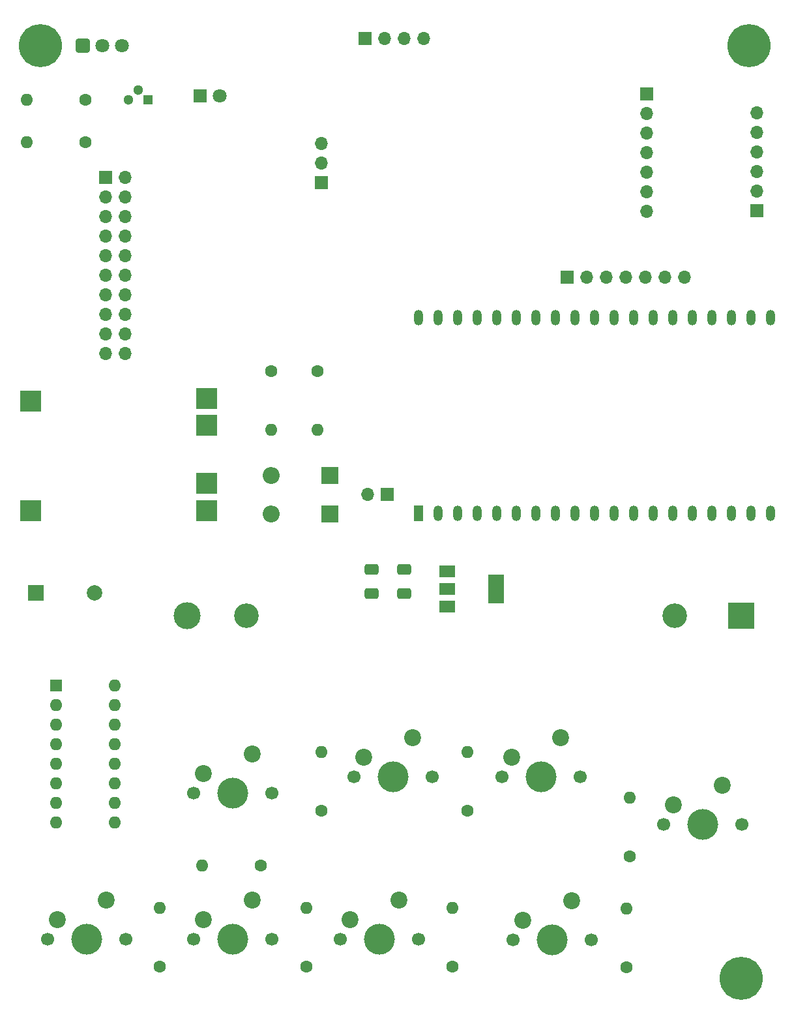
<source format=gbr>
%TF.GenerationSoftware,KiCad,Pcbnew,(6.0.4)*%
%TF.CreationDate,2023-05-02T15:22:56-04:00*%
%TF.ProjectId,Tomogatchi PCB,546f6d6f-6761-4746-9368-69205043422e,rev?*%
%TF.SameCoordinates,Original*%
%TF.FileFunction,Soldermask,Top*%
%TF.FilePolarity,Negative*%
%FSLAX46Y46*%
G04 Gerber Fmt 4.6, Leading zero omitted, Abs format (unit mm)*
G04 Created by KiCad (PCBNEW (6.0.4)) date 2023-05-02 15:22:56*
%MOMM*%
%LPD*%
G01*
G04 APERTURE LIST*
G04 Aperture macros list*
%AMRoundRect*
0 Rectangle with rounded corners*
0 $1 Rounding radius*
0 $2 $3 $4 $5 $6 $7 $8 $9 X,Y pos of 4 corners*
0 Add a 4 corners polygon primitive as box body*
4,1,4,$2,$3,$4,$5,$6,$7,$8,$9,$2,$3,0*
0 Add four circle primitives for the rounded corners*
1,1,$1+$1,$2,$3*
1,1,$1+$1,$4,$5*
1,1,$1+$1,$6,$7*
1,1,$1+$1,$8,$9*
0 Add four rect primitives between the rounded corners*
20,1,$1+$1,$2,$3,$4,$5,0*
20,1,$1+$1,$4,$5,$6,$7,0*
20,1,$1+$1,$6,$7,$8,$9,0*
20,1,$1+$1,$8,$9,$2,$3,0*%
G04 Aperture macros list end*
%ADD10R,1.700000X1.700000*%
%ADD11O,1.700000X1.700000*%
%ADD12C,1.700000*%
%ADD13C,4.000000*%
%ADD14C,2.200000*%
%ADD15R,2.000000X1.500000*%
%ADD16R,2.000000X3.800000*%
%ADD17R,1.600000X1.600000*%
%ADD18O,1.600000X1.600000*%
%ADD19C,1.600000*%
%ADD20RoundRect,0.250000X0.650000X-0.412500X0.650000X0.412500X-0.650000X0.412500X-0.650000X-0.412500X0*%
%ADD21C,5.600000*%
%ADD22R,2.000000X2.000000*%
%ADD23C,2.000000*%
%ADD24R,1.200000X2.000000*%
%ADD25O,1.200000X2.000000*%
%ADD26R,2.200000X2.200000*%
%ADD27O,2.200000X2.200000*%
%ADD28R,1.800000X1.800000*%
%ADD29C,1.800000*%
%ADD30R,2.800000X2.800000*%
%ADD31RoundRect,0.250200X-0.649800X-0.649800X0.649800X-0.649800X0.649800X0.649800X-0.649800X0.649800X0*%
%ADD32C,3.200000*%
%ADD33R,3.500000X3.500000*%
%ADD34C,3.500000*%
%ADD35R,1.300000X1.300000*%
%ADD36C,1.300000*%
G04 APERTURE END LIST*
D10*
%TO.C,Expansion/Debug Header*%
X45475000Y-59075000D03*
D11*
X48015000Y-59075000D03*
X45475000Y-61615000D03*
X48015000Y-61615000D03*
X45475000Y-64155000D03*
X48015000Y-64155000D03*
X45475000Y-66695000D03*
X48015000Y-66695000D03*
X45475000Y-69235000D03*
X48015000Y-69235000D03*
X45475000Y-71775000D03*
X48015000Y-71775000D03*
X45475000Y-74315000D03*
X48015000Y-74315000D03*
X45475000Y-76855000D03*
X48015000Y-76855000D03*
X45475000Y-79395000D03*
X48015000Y-79395000D03*
X45475000Y-81935000D03*
X48015000Y-81935000D03*
%TD*%
D12*
%TO.C,B*%
X108540000Y-158080000D03*
D13*
X103460000Y-158080000D03*
D12*
X98380000Y-158080000D03*
D14*
X106000000Y-153000000D03*
X99650000Y-155540000D03*
%TD*%
D12*
%TO.C,START*%
X77756429Y-136897306D03*
D13*
X82836429Y-136897306D03*
D12*
X87916429Y-136897306D03*
D14*
X85376429Y-131817306D03*
X79026429Y-134357306D03*
%TD*%
D15*
%TO.C,AMS1117-3.3*%
X89850000Y-110200000D03*
X89850000Y-112500000D03*
X89850000Y-114800000D03*
D16*
X96150000Y-112500000D03*
%TD*%
D17*
%TO.C,74HC165N*%
X39000000Y-125000000D03*
D18*
X39000000Y-127540000D03*
X39000000Y-130080000D03*
X39000000Y-132620000D03*
X39000000Y-135160000D03*
X39000000Y-137700000D03*
X39000000Y-140240000D03*
X39000000Y-142780000D03*
X46620000Y-142780000D03*
X46620000Y-140240000D03*
X46620000Y-137700000D03*
X46620000Y-135160000D03*
X46620000Y-132620000D03*
X46620000Y-130080000D03*
X46620000Y-127540000D03*
X46620000Y-125000000D03*
%TD*%
D12*
%TO.C,LEFT*%
X37920000Y-158000000D03*
D13*
X43000000Y-158000000D03*
D12*
X48080000Y-158000000D03*
D14*
X45540000Y-152920000D03*
X39190000Y-155460000D03*
%TD*%
D19*
%TO.C,100k*%
X67000000Y-84190000D03*
D18*
X67000000Y-91810000D03*
%TD*%
D13*
%TO.C,A*%
X123000000Y-143080000D03*
D12*
X117920000Y-143080000D03*
X128080000Y-143080000D03*
D14*
X125540000Y-138000000D03*
X119190000Y-140540000D03*
%TD*%
D10*
%TO.C,BME280*%
X130000000Y-63350000D03*
D11*
X130000000Y-60810000D03*
X130000000Y-58270000D03*
X130000000Y-55730000D03*
X130000000Y-53190000D03*
X130000000Y-50650000D03*
%TD*%
D20*
%TO.C,C2*%
X80000000Y-113062500D03*
X80000000Y-109937500D03*
%TD*%
D21*
%TO.C,M3*%
X37000000Y-42000000D03*
%TD*%
D22*
%TO.C,Beeper boy*%
X36400000Y-113000000D03*
D23*
X44000000Y-113000000D03*
%TD*%
D24*
%TO.C,ESP32 Module*%
X86140000Y-102700000D03*
D25*
X88680000Y-102700000D03*
X91220000Y-102700000D03*
X93760000Y-102700000D03*
X96300000Y-102700000D03*
X98840000Y-102700000D03*
X101380000Y-102700000D03*
X103920000Y-102700000D03*
X106460000Y-102700000D03*
X109000000Y-102700000D03*
X111540000Y-102700000D03*
X114080000Y-102700000D03*
X116620000Y-102700000D03*
X119160000Y-102700000D03*
X121700000Y-102700000D03*
X124240000Y-102700000D03*
X126780000Y-102700000D03*
X129320000Y-102700000D03*
X131860000Y-102700000D03*
X131857280Y-77303680D03*
X129317280Y-77303680D03*
X126780000Y-77300000D03*
X124240000Y-77300000D03*
X121700000Y-77300000D03*
X119160000Y-77300000D03*
X116620000Y-77300000D03*
X114080000Y-77300000D03*
X111540000Y-77300000D03*
X109000000Y-77300000D03*
X106460000Y-77300000D03*
X103920000Y-77300000D03*
X101380000Y-77300000D03*
X98840000Y-77300000D03*
X96300000Y-77300000D03*
X93760000Y-77300000D03*
X91220000Y-77300000D03*
X88680000Y-77300000D03*
X86140000Y-77300000D03*
%TD*%
D13*
%TO.C,SELECT*%
X101999999Y-136891074D03*
D12*
X96919999Y-136891074D03*
X107079999Y-136891074D03*
D14*
X104539999Y-131811074D03*
X98189999Y-134351074D03*
%TD*%
D10*
%TO.C,BMI160*%
X115750000Y-48200000D03*
D11*
X115750000Y-50740000D03*
X115750000Y-53280000D03*
X115750000Y-55820000D03*
X115750000Y-58360000D03*
X115750000Y-60900000D03*
X115750000Y-63440000D03*
%TD*%
D21*
%TO.C,M3*%
X128000000Y-163000000D03*
%TD*%
D12*
%TO.C,UP*%
X67080000Y-139000000D03*
D13*
X62000000Y-139000000D03*
D12*
X56920000Y-139000000D03*
D14*
X64540000Y-133920000D03*
X58190000Y-136460000D03*
%TD*%
D12*
%TO.C,DOWN*%
X56920000Y-158000000D03*
D13*
X62000000Y-158000000D03*
D12*
X67080000Y-158000000D03*
D14*
X64540000Y-152920000D03*
X58190000Y-155460000D03*
%TD*%
D13*
%TO.C,RIGHT*%
X81000000Y-158000000D03*
D12*
X75920000Y-158000000D03*
X86080000Y-158000000D03*
D14*
X83540000Y-152920000D03*
X77190000Y-155460000D03*
%TD*%
D20*
%TO.C,C1*%
X84250000Y-113062500D03*
X84250000Y-109937500D03*
%TD*%
D19*
%TO.C,100k*%
X73000000Y-84190000D03*
D18*
X73000000Y-91810000D03*
%TD*%
D10*
%TO.C,VDD*%
X79129191Y-41000000D03*
D11*
X81669191Y-41000000D03*
X84209191Y-41000000D03*
X86749191Y-41000000D03*
%TD*%
D21*
%TO.C,M3*%
X129000000Y-42000000D03*
%TD*%
D19*
%TO.C,10k*%
X71494367Y-161521169D03*
D18*
X71494367Y-153901169D03*
%TD*%
D19*
%TO.C,100k*%
X42810000Y-54500000D03*
D18*
X35190000Y-54500000D03*
%TD*%
D26*
%TO.C,N5817*%
X74560000Y-97750000D03*
D27*
X66940000Y-97750000D03*
%TD*%
D28*
%TO.C,IR LED*%
X57725000Y-48475000D03*
D29*
X60265000Y-48475000D03*
%TD*%
D19*
%TO.C,10k*%
X90541161Y-161490689D03*
D18*
X90541161Y-153870689D03*
%TD*%
D19*
%TO.C,10k*%
X113566396Y-147168297D03*
D18*
X113566396Y-139548297D03*
%TD*%
D26*
%TO.C,N5817*%
X74560000Y-102750000D03*
D27*
X66940000Y-102750000D03*
%TD*%
D19*
%TO.C,10k*%
X52485843Y-161500237D03*
D18*
X52485843Y-153880237D03*
%TD*%
D19*
%TO.C,10k*%
X65626165Y-148411560D03*
D18*
X58006165Y-148411560D03*
%TD*%
D30*
%TO.C,USB Battery Charger*%
X35700000Y-88100000D03*
X58600000Y-102300000D03*
X58600000Y-87800000D03*
X58600000Y-98800000D03*
X58600000Y-91200000D03*
X35700000Y-102300000D03*
%TD*%
D31*
%TO.C,IR Receiver*%
X42460000Y-42000000D03*
D29*
X45000000Y-42000000D03*
X47540000Y-42000000D03*
%TD*%
D19*
%TO.C,10k*%
X73483589Y-141250363D03*
D18*
X73483589Y-133630363D03*
%TD*%
D19*
%TO.C,10k*%
X42810000Y-49000000D03*
D18*
X35190000Y-49000000D03*
%TD*%
D19*
%TO.C,10k*%
X92480651Y-141300094D03*
D18*
X92480651Y-133680094D03*
%TD*%
D10*
%TO.C,E220-900T22D*%
X105385000Y-72000000D03*
D11*
X107925000Y-72000000D03*
X110465000Y-72000000D03*
X113005000Y-72000000D03*
X115545000Y-72000000D03*
X118085000Y-72000000D03*
X120625000Y-72000000D03*
%TD*%
D19*
%TO.C,10k*%
X113069091Y-161590150D03*
D18*
X113069091Y-153970150D03*
%TD*%
D32*
%TO.C,18650 Holder*%
X119355000Y-116000000D03*
X63745000Y-116000000D03*
D33*
X128000000Y-116000000D03*
D34*
X56000000Y-116000000D03*
%TD*%
D35*
%TO.C,LED Transistor*%
X51000000Y-49000000D03*
D36*
X49730000Y-47730000D03*
X48460000Y-49000000D03*
%TD*%
D10*
%TO.C,Microphone Module*%
X73500000Y-59775000D03*
D11*
X73500000Y-57235000D03*
X73500000Y-54695000D03*
%TD*%
D10*
%TO.C,On/Off Switch*%
X82025000Y-100250000D03*
D11*
X79485000Y-100250000D03*
%TD*%
M02*

</source>
